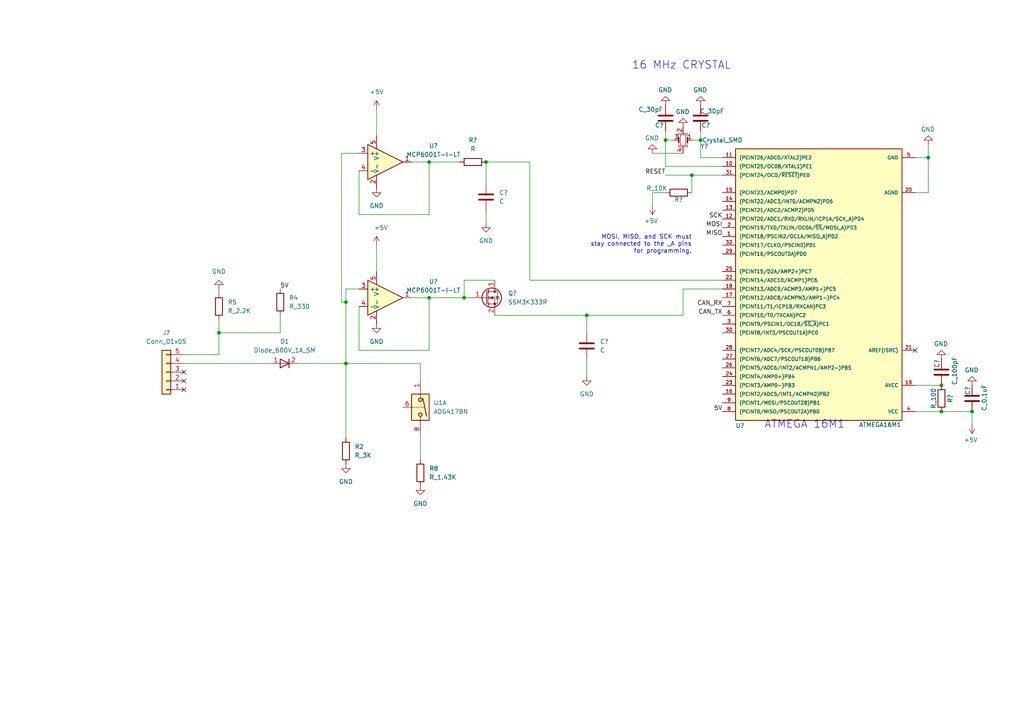
<source format=kicad_sch>
(kicad_sch (version 20211123) (generator eeschema)
  (paper "A4")
  (lib_symbols
    (symbol "Analog_Switch:ADG417BN" (pin_names (offset 0.254))
      (property "Reference" "U" (at -3.175 5.334 0))
      (property "Value" "ADG417BN" (at -3.175 3.556 0))
      (symbol "ADG417BN_1_1"
        (rectangle (start -3.81 2.54) (end 3.81 -2.54) (stroke (width 0.254)) (fill (type background)))
        (circle (center -2.159 0) (radius 0.508) (stroke (width 0.254)))
        (polyline (pts (xy -5.08 0) (xy -2.794 0)))
        (polyline (pts (xy -2.54 0.762) (xy 2.54 1.778)) (stroke (width 0.254)))
        (polyline (pts (xy 0 -2.54) (xy 0 -2.032)))
        (polyline (pts (xy 0 -1.778) (xy 0 -1.524)))
        (polyline (pts (xy 0 -1.27) (xy 0 -1.016)))
        (polyline (pts (xy 0 -0.762) (xy 0 -0.508)))
        (polyline (pts (xy 0 -0.254) (xy 0 0)))
        (polyline (pts (xy 0 0.254) (xy 0 0.508)))
        (polyline (pts (xy 0 0.762) (xy 0 1.016)))
        (polyline (pts (xy 5.08 0) (xy 2.794 0)))
        (circle (center 2.159 0) (radius 0.508) (stroke (width 0.254)))
        (pin passive line (at -7.62 0 0) (length 2.54) (name "~") (number "1"))
        (pin input line (at 0 -5.08 90) (length 2.54) (name "~") (number "6"))
        (pin passive line (at 7.62 0 180) (length 2.54) (name "~") (number "8"))
      )
      (symbol "ADG417BN_2_0"
        (pin no_connect line (at -2.54 10.16 270) (length 2.54) hide (name "NC") (number "2"))
        (pin power_in line (at 0 -12.7 90) (length 2.54) (name "GND") (number "3"))
        (pin power_in line (at 0 12.7 270) (length 2.54) (name "V+") (number "4"))
        (pin power_in line (at 2.54 12.7 270) (length 2.54) (name "VL") (number "5"))
        (pin power_in line (at 2.54 -12.7 90) (length 2.54) (name "V-") (number "7"))
      )
      (symbol "ADG417BN_2_1"
        (rectangle (start -3.81 10.16) (end 6.35 -10.16) (stroke (width 0.254)) (fill (type background)))
      )
    )
    (symbol "Connector_Generic:Conn_01x05" (pin_names (offset 1.016) hide)
      (property "Reference" "J" (at 0 7.62 0))
      (property "Value" "Conn_01x05" (at 0 -7.62 0))
      (symbol "Conn_01x05_1_1"
        (rectangle (start -1.27 -4.953) (end 0 -5.207) (stroke (width 0.1524)))
        (rectangle (start -1.27 -2.413) (end 0 -2.667) (stroke (width 0.1524)))
        (rectangle (start -1.27 0.127) (end 0 -0.127) (stroke (width 0.1524)))
        (rectangle (start -1.27 2.667) (end 0 2.413) (stroke (width 0.1524)))
        (rectangle (start -1.27 5.207) (end 0 4.953) (stroke (width 0.1524)))
        (rectangle (start -1.27 6.35) (end 1.27 -6.35) (stroke (width 0.254)) (fill (type background)))
        (pin passive line (at -5.08 5.08 0) (length 3.81) (name "Pin_1") (number "1"))
        (pin passive line (at -5.08 2.54 0) (length 3.81) (name "Pin_2") (number "2"))
        (pin passive line (at -5.08 0 0) (length 3.81) (name "Pin_3") (number "3"))
        (pin passive line (at -5.08 -2.54 0) (length 3.81) (name "Pin_4") (number "4"))
        (pin passive line (at -5.08 -5.08 0) (length 3.81) (name "Pin_5") (number "5"))
      )
    )
    (symbol "Device:C" (pin_numbers hide) (pin_names (offset 0.254))
      (property "Reference" "C" (at 0.635 2.54 0))
      (property "Value" "C" (at 0.635 -2.54 0))
      (symbol "C_0_1"
        (polyline (pts (xy -2.032 -0.762) (xy 2.032 -0.762)) (stroke (width 0.508)))
        (polyline (pts (xy -2.032 0.762) (xy 2.032 0.762)) (stroke (width 0.508)))
      )
      (symbol "C_1_1"
        (pin passive line (at 0 3.81 270) (length 2.794) (name "~") (number "1"))
        (pin passive line (at 0 -3.81 90) (length 2.794) (name "~") (number "2"))
      )
    )
    (symbol "Device:R" (pin_numbers hide) (pin_names (offset 0))
      (property "Reference" "R" (at 2.032 0 90))
      (property "Value" "R" (at 0 0 90))
      (symbol "R_0_1"
        (rectangle (start -1.016 -2.54) (end 1.016 2.54) (stroke (width 0.254)))
      )
      (symbol "R_1_1"
        (pin passive line (at 0 3.81 270) (length 1.27) (name "~") (number "1"))
        (pin passive line (at 0 -3.81 90) (length 1.27) (name "~") (number "2"))
      )
    )
    (symbol "formula:+12V_BUCK" (power) (pin_names (offset 0))
      (property "Value" "+12V_BUCK" (at 0 3.556 0))
      (symbol "+12V_BUCK_0_1"
        (polyline (pts (xy -0.762 1.27) (xy 0 2.54)))
        (polyline (pts (xy 0 0) (xy 0 2.54)))
        (polyline (pts (xy 0 2.54) (xy 0.762 1.27)))
      )
      (symbol "+12V_BUCK_1_1"
        (pin power_in line (at 0 0 90) (length 0) hide (name "+5V") (number "1"))
      )
    )
    (symbol "formula:ATMEGA16M1" (pin_names (offset 1.016))
      (property "Reference" "U" (at -24.13 46.482 0))
      (property "Value" "ATMEGA16M1" (at 12.7 -35.56 0))
      (symbol "ATMEGA16M1_0_1"
        (rectangle (start -24.13 45.72) (end 24.13 -33.02) (stroke (width 0.254)) (fill (type background)))
      )
      (symbol "ATMEGA16M1_1_1"
        (pin bidirectional line (at 27.94 -7.62 180) (length 3.81) (name "(PCINT18/PSCIN2/OC1A/MISO_A)PD2") (number "1"))
        (pin bidirectional line (at 27.94 -27.94 180) (length 3.81) (name "(PCINT25/OC0B/XTAL1)PE1") (number "10"))
        (pin bidirectional line (at 27.94 -30.48 180) (length 3.81) (name "(PCINT26/ADC0/XTAL2)PE2") (number "11"))
        (pin bidirectional line (at 27.94 -12.7 180) (length 3.81) (name "(PCINT20/ADC1/RXD/RXLIN/ICP1A/SCK_A)PD4") (number "12"))
        (pin bidirectional line (at 27.94 -15.24 180) (length 3.81) (name "(PCINT21/ADC2/ACMP2)PD5") (number "13"))
        (pin bidirectional line (at 27.94 -17.78 180) (length 3.81) (name "(PCINT22/ADC3/INT0/ACMPN2)PD6") (number "14"))
        (pin bidirectional line (at 27.94 -20.32 180) (length 3.81) (name "(PCINT23/ACMP0)PD7") (number "15"))
        (pin bidirectional line (at 27.94 38.1 180) (length 3.81) (name "(PCINT2/ADC5/INT1/ACMPN0)PB2") (number "16"))
        (pin bidirectional line (at 27.94 10.16 180) (length 3.81) (name "(PCINT12/ADC8/ACMPN3/AMP1-)PC4") (number "17"))
        (pin bidirectional line (at 27.94 7.62 180) (length 3.81) (name "(PCINT13/ADC9/ACMP3/AMP1+)PC5") (number "18"))
        (pin power_in line (at -27.94 35.56 0) (length 3.81) (name "AVCC") (number "19"))
        (pin bidirectional line (at 27.94 -10.16 180) (length 3.81) (name "(PCINT19/TXD/TXLIN/OC0A/~{SS}/MOSI_A)PD3") (number "2"))
        (pin power_in line (at -27.94 -20.32 0) (length 3.81) (name "AGND") (number "20"))
        (pin power_in line (at -27.94 25.4 0) (length 3.81) (name "AREF(ISRC)") (number "21"))
        (pin bidirectional line (at 27.94 5.08 180) (length 3.81) (name "(PCINT14/ADC10/ACMP1)PC6") (number "22"))
        (pin bidirectional line (at 27.94 35.56 180) (length 3.81) (name "(PCINT3/AMP0-)PB3") (number "23"))
        (pin bidirectional line (at 27.94 33.02 180) (length 3.81) (name "(PCINT4/AMP0+)PB4") (number "24"))
        (pin bidirectional line (at 27.94 2.54 180) (length 3.81) (name "(PCINT15/D2A/AMP2+)PC7") (number "25"))
        (pin bidirectional line (at 27.94 30.48 180) (length 3.81) (name "(PCINT5/ADC6/INT2/ACMPN1/AMP2-)PB5") (number "26"))
        (pin bidirectional line (at 27.94 27.94 180) (length 3.81) (name "(PCINT6/ADC7/PSCOUT1B)PB6") (number "27"))
        (pin bidirectional line (at 27.94 25.4 180) (length 3.81) (name "(PCINT7/ADC4/SCK/PSCOUT0B)PB7") (number "28"))
        (pin bidirectional line (at 27.94 -2.54 180) (length 3.81) (name "(PCINT16/PSCOUT0A)PD0") (number "29"))
        (pin bidirectional line (at 27.94 17.78 180) (length 3.81) (name "(PCINT9/PSCIN1/OC1B/~{SS_A})PC1") (number "3"))
        (pin bidirectional line (at 27.94 20.32 180) (length 3.81) (name "(PCINT8/INT3/PSCOUT1A)PC0") (number "30"))
        (pin bidirectional line (at 27.94 -25.4 180) (length 3.81) (name "(PCINT24/OCD/~{RESET})PE0") (number "31"))
        (pin bidirectional line (at 27.94 -5.08 180) (length 3.81) (name "(PCINT17/CLKO/PSCIN0)PD1") (number "32"))
        (pin power_in line (at -27.94 43.18 0) (length 3.81) (name "VCC") (number "4"))
        (pin power_in line (at -27.94 -30.48 0) (length 3.81) (name "GND") (number "5"))
        (pin bidirectional line (at 27.94 15.24 180) (length 3.81) (name "(PCINT10/T0/TXCAN)PC2") (number "6"))
        (pin bidirectional line (at 27.94 12.7 180) (length 3.81) (name "(PCINT11/T1/ICP1B/RXCAN)PC3") (number "7"))
        (pin bidirectional line (at 27.94 43.18 180) (length 3.81) (name "(PCINT0/MISO/PSCOUT2A)PB0") (number "8"))
        (pin bidirectional line (at 27.94 40.64 180) (length 3.81) (name "(PCINT1/MOSI/PSCOUT2B)PB1") (number "9"))
      )
    )
    (symbol "formula:C_0.1uF" (pin_numbers hide) (pin_names (offset 0.254))
      (property "Reference" "C" (at 0.635 2.54 0))
      (property "Value" "C_0.1uF" (at 0.635 -2.54 0))
      (symbol "C_0.1uF_0_1"
        (polyline (pts (xy -2.032 -0.762) (xy 2.032 -0.762)) (stroke (width 0.508)))
        (polyline (pts (xy -2.032 0.762) (xy 2.032 0.762)) (stroke (width 0.508)))
      )
      (symbol "C_0.1uF_1_1"
        (pin passive line (at 0 3.81 270) (length 2.794) (name "~") (number "1"))
        (pin passive line (at 0 -3.81 90) (length 2.794) (name "~") (number "2"))
      )
    )
    (symbol "formula:C_100pF" (pin_numbers hide) (pin_names (offset 0.254))
      (property "Reference" "C" (at 0.635 2.54 0))
      (property "Value" "C_100pF" (at 0.635 -2.54 0))
      (symbol "C_100pF_0_1"
        (polyline (pts (xy -2.032 -0.762) (xy 2.032 -0.762)) (stroke (width 0.508)))
        (polyline (pts (xy -2.032 0.762) (xy 2.032 0.762)) (stroke (width 0.508)))
      )
      (symbol "C_100pF_1_1"
        (pin passive line (at 0 3.81 270) (length 2.794) (name "~") (number "1"))
        (pin passive line (at 0 -3.81 90) (length 2.794) (name "~") (number "2"))
      )
    )
    (symbol "formula:C_30pF" (pin_numbers hide) (pin_names (offset 0.254))
      (property "Reference" "C" (at 0.635 2.54 0))
      (property "Value" "C_30pF" (at 0.635 -2.54 0))
      (symbol "C_30pF_0_1"
        (polyline (pts (xy -2.032 -0.762) (xy 2.032 -0.762)) (stroke (width 0.508)))
        (polyline (pts (xy -2.032 0.762) (xy 2.032 0.762)) (stroke (width 0.508)))
      )
      (symbol "C_30pF_1_1"
        (pin passive line (at 0 3.81 270) (length 2.794) (name "~") (number "1"))
        (pin passive line (at 0 -3.81 90) (length 2.794) (name "~") (number "2"))
      )
    )
    (symbol "formula:Crystal_SMD" (pin_names (offset 1.016) hide)
      (property "Reference" "Y" (at 1.27 4.445 0))
      (property "Value" "Crystal_SMD" (at 1.27 2.54 0))
      (symbol "Crystal_SMD_0_1"
        (rectangle (start -0.762 -1.524) (end 0.762 1.524))
        (polyline (pts (xy -1.27 -0.762) (xy -1.27 0.762)) (stroke (width 0.381)))
        (polyline (pts (xy 1.27 -0.762) (xy 1.27 0.762)) (stroke (width 0.381)))
        (polyline (pts (xy -1.27 -1.27) (xy -1.27 -1.905) (xy 1.27 -1.905) (xy 1.27 -1.27)))
        (polyline (pts (xy -1.27 1.27) (xy -1.27 1.905) (xy 1.27 1.905) (xy 1.27 1.27)))
      )
      (symbol "Crystal_SMD_1_1"
        (pin passive line (at -2.54 0 0) (length 1.27) (name "1") (number "1"))
        (pin passive line (at 0 -3.81 90) (length 1.905) (name "2") (number "2"))
        (pin passive line (at 2.54 0 180) (length 1.27) (name "3") (number "3"))
        (pin passive line (at 0 3.81 270) (length 1.905) (name "4") (number "4"))
      )
    )
    (symbol "formula:Diode_600V_1A_SM" (pin_names (offset 1.016))
      (property "Reference" "D?" (at 0 6.35 0))
      (property "Value" "Diode_600V_1A_SM" (at 0 8.89 0))
      (symbol "Diode_600V_1A_SM_1_1"
        (polyline (pts (xy 1.27 0) (xy -1.27 0)))
        (polyline (pts (xy 1.27 1.27) (xy 1.27 -1.27)) (stroke (width 0.254)))
        (polyline (pts (xy -1.27 -1.27) (xy -1.27 1.27) (xy 1.27 0) (xy -1.27 -1.27)) (stroke (width 0.254)))
        (pin passive line (at -3.81 0 0) (length 2.54) (name "~") (number "1"))
        (pin passive line (at 3.81 0 180) (length 2.54) (name "~") (number "2"))
      )
    )
    (symbol "formula:MCP6001T-I-LT"
      (property "Reference" "U" (at 0 5.08 0))
      (property "Value" "MCP6001T-I-LT" (at 0 -5.08 0))
      (symbol "MCP6001T-I-LT_0_1"
        (polyline (pts (xy -5.08 5.08) (xy 5.08 0) (xy -5.08 -5.08) (xy -5.08 5.08)) (stroke (width 0.254)) (fill (type background)))
        (pin power_in line (at -2.54 -7.62 90) (length 3.81) (name "V-") (number "2"))
        (pin power_in line (at -2.54 7.62 270) (length 3.81) (name "V+") (number "5"))
      )
      (symbol "MCP6001T-I-LT_1_1"
        (pin output line (at 7.62 0 180) (length 2.54) (name "~") (number "1"))
        (pin input line (at -7.62 2.54 0) (length 2.54) (name "+") (number "3"))
        (pin input line (at -7.62 -2.54 0) (length 2.54) (name "-") (number "4"))
      )
    )
    (symbol "formula:R_1.43K" (pin_numbers hide) (pin_names (offset 0))
      (property "Reference" "R" (at 2.032 0 90))
      (property "Value" "R_1.43K" (at -2.54 0 90))
      (symbol "R_1.43K_0_1"
        (rectangle (start -1.016 -2.54) (end 1.016 2.54) (stroke (width 0.254)))
      )
      (symbol "R_1.43K_1_1"
        (pin passive line (at 0 3.81 270) (length 1.27) (name "~") (number "1"))
        (pin passive line (at 0 -3.81 90) (length 1.27) (name "~") (number "2"))
      )
    )
    (symbol "formula:R_100" (pin_numbers hide) (pin_names (offset 0))
      (property "Reference" "R" (at 2.032 0 90))
      (property "Value" "R_100" (at -2.54 0 90))
      (symbol "R_100_0_1"
        (rectangle (start -1.016 -2.54) (end 1.016 2.54) (stroke (width 0.254)))
      )
      (symbol "R_100_1_1"
        (pin passive line (at 0 3.81 270) (length 1.27) (name "~") (number "1"))
        (pin passive line (at 0 -3.81 90) (length 1.27) (name "~") (number "2"))
      )
    )
    (symbol "formula:R_10K" (pin_numbers hide) (pin_names (offset 0))
      (property "Reference" "R" (at 2.032 0 90))
      (property "Value" "R_10K" (at -2.54 0 90))
      (symbol "R_10K_0_1"
        (rectangle (start -1.016 -2.54) (end 1.016 2.54) (stroke (width 0.254)))
      )
      (symbol "R_10K_1_1"
        (pin passive line (at 0 3.81 270) (length 1.27) (name "~") (number "1"))
        (pin passive line (at 0 -3.81 90) (length 1.27) (name "~") (number "2"))
      )
    )
    (symbol "formula:R_2.2K" (pin_numbers hide) (pin_names (offset 0))
      (property "Reference" "R" (at 2.032 0 90))
      (property "Value" "R_2.2K" (at -2.54 0 90))
      (symbol "R_2.2K_0_1"
        (rectangle (start -1.016 -2.54) (end 1.016 2.54) (stroke (width 0.254)))
      )
      (symbol "R_2.2K_1_1"
        (pin passive line (at 0 3.81 270) (length 1.27) (name "~") (number "1"))
        (pin passive line (at 0 -3.81 90) (length 1.27) (name "~") (number "2"))
      )
    )
    (symbol "formula:R_330" (pin_numbers hide) (pin_names (offset 0))
      (property "Reference" "R" (at 2.032 0 90))
      (property "Value" "R_330" (at -2.54 0 90))
      (symbol "R_330_0_1"
        (rectangle (start -1.016 -2.54) (end 1.016 2.54) (stroke (width 0.254)))
      )
      (symbol "R_330_1_1"
        (pin passive line (at 0 3.81 270) (length 1.27) (name "~") (number "1"))
        (pin passive line (at 0 -3.81 90) (length 1.27) (name "~") (number "2"))
      )
    )
    (symbol "formula:R_3K" (pin_numbers hide) (pin_names (offset 0))
      (property "Reference" "R" (at 2.032 0 90))
      (property "Value" "R_3K" (at -2.54 0 90))
      (symbol "R_3K_0_1"
        (rectangle (start -1.016 -2.54) (end 1.016 2.54) (stroke (width 0.254)))
      )
      (symbol "R_3K_1_1"
        (pin passive line (at 0 3.81 270) (length 1.27) (name "~") (number "1"))
        (pin passive line (at 0 -3.81 90) (length 1.27) (name "~") (number "2"))
      )
    )
    (symbol "formula:SSM3K333R" (pin_names (offset 0) hide)
      (property "Reference" "Q" (at 5.08 1.905 0))
      (property "Value" "SSM3K333R" (at 5.08 0 0))
      (symbol "SSM3K333R_0_1"
        (polyline (pts (xy 0.762 -1.778) (xy 2.54 -1.778)))
        (polyline (pts (xy 0.762 -1.27) (xy 0.762 -2.286)) (stroke (width 0.254)))
        (polyline (pts (xy 0.762 0) (xy 2.54 0)))
        (polyline (pts (xy 0.762 0.508) (xy 0.762 -0.508)) (stroke (width 0.254)))
        (polyline (pts (xy 0.762 1.778) (xy 2.54 1.778)))
        (polyline (pts (xy 0.762 2.286) (xy 0.762 1.27)) (stroke (width 0.254)))
        (polyline (pts (xy 2.54 -1.778) (xy 2.54 -2.54)))
        (polyline (pts (xy 2.54 -1.778) (xy 2.54 0)))
        (polyline (pts (xy 2.54 2.54) (xy 2.54 1.778)))
        (polyline (pts (xy 0.254 1.905) (xy 0.254 -1.905) (xy 0.254 -1.905)) (stroke (width 0.254)))
        (polyline (pts (xy 1.016 0) (xy 2.032 0.381) (xy 2.032 -0.381) (xy 1.016 0)) (fill (type outline)))
        (polyline (pts (xy 2.54 -1.778) (xy 3.302 -1.778) (xy 3.302 1.778) (xy 2.54 1.778)))
        (polyline (pts (xy 2.794 0.508) (xy 2.921 0.381) (xy 3.683 0.381) (xy 3.81 0.254)))
        (polyline (pts (xy 3.302 0.381) (xy 2.921 -0.254) (xy 3.683 -0.254) (xy 3.302 0.381)))
        (circle (center 1.651 0) (radius 2.8194) (stroke (width 0.254)))
        (circle (center 2.54 -1.778) (radius 0.2794) (fill (type outline)))
        (circle (center 2.54 1.778) (radius 0.2794) (fill (type outline)))
      )
      (symbol "SSM3K333R_1_1"
        (pin input line (at -5.08 0 0) (length 5.334) (name "G") (number "1"))
        (pin passive line (at 2.54 -5.08 90) (length 2.54) (name "S") (number "2"))
        (pin passive line (at 2.54 5.08 270) (length 2.54) (name "D") (number "3"))
      )
    )
    (symbol "power:+5V" (power) (pin_names (offset 0))
      (property "Value" "+5V" (at 0 3.556 0))
      (symbol "+5V_0_1"
        (polyline (pts (xy -0.762 1.27) (xy 0 2.54)))
        (polyline (pts (xy 0 0) (xy 0 2.54)))
        (polyline (pts (xy 0 2.54) (xy 0.762 1.27)))
      )
      (symbol "+5V_1_1"
        (pin power_in line (at 0 0 90) (length 0) hide (name "+5V") (number "1"))
      )
    )
    (symbol "power:GND" (power) (pin_names (offset 0))
      (property "Value" "GND" (at 0 -3.81 0))
      (symbol "GND_0_1"
        (polyline (pts (xy 0 0) (xy 0 -1.27) (xy 1.27 -1.27) (xy 0 -2.54) (xy -1.27 -1.27) (xy 0 -1.27)))
      )
      (symbol "GND_1_1"
        (pin power_in line (at 0 0 270) (length 0) hide (name "GND") (number "1"))
      )
    )
  )
  (junction (at 269.24 45.72))
  (junction (at 203.2 40.64))
  (junction (at 273.05 111.76))
  (junction (at 124.46 86.36))
  (junction (at 124.46 46.99))
  (junction (at 100.33 105.41))
  (junction (at 140.97 46.99))
  (junction (at 200.66 50.8))
  (junction (at 134.62 86.36))
  (junction (at 100.33 87.63))
  (junction (at 170.18 91.44))
  (junction (at 193.04 40.64))
  (junction (at 63.5 96.52))
  (junction (at 281.94 119.38))
  (junction (at 273.05 119.38))
  (no_connect (at 53.34 113.03))
  (no_connect (at 53.34 110.49))
  (no_connect (at 53.34 107.95))
  (no_connect (at 265.43 101.6))
  (wire (pts (xy 193.04 40.64) (xy 193.04 38.1)))
  (wire (pts (xy 53.34 105.41) (xy 78.74 105.41)))
  (wire (pts (xy 100.33 87.63) (xy 100.33 83.82)))
  (wire (pts (xy 99.06 87.63) (xy 100.33 87.63)))
  (wire (pts (xy 100.33 105.41) (xy 121.92 105.41)))
  (wire (pts (xy 203.2 45.72) (xy 209.55 45.72)))
  (wire (pts (xy 134.62 81.28) (xy 134.62 86.36)))
  (wire (pts (xy 170.18 91.44) (xy 198.12 91.44)))
  (wire (pts (xy 140.97 46.99) (xy 153.67 46.99)))
  (wire (pts (xy 104.14 88.9) (xy 104.14 101.6)))
  (wire (pts (xy 209.55 81.28) (xy 153.67 81.28)))
  (wire (pts (xy 121.92 105.41) (xy 121.92 110.49)))
  (wire (pts (xy 100.33 83.82) (xy 104.14 83.82)))
  (wire (pts (xy 281.94 123.19) (xy 281.94 119.38)))
  (wire (pts (xy 203.2 40.64) (xy 203.2 45.72)))
  (wire (pts (xy 81.28 96.52) (xy 81.28 91.44)))
  (wire (pts (xy 265.43 45.72) (xy 269.24 45.72)))
  (wire (pts (xy 170.18 91.44) (xy 170.18 96.52)))
  (wire (pts (xy 193.04 48.26) (xy 209.55 48.26)))
  (wire (pts (xy 269.24 45.72) (xy 269.24 55.88)))
  (wire (pts (xy 86.36 105.41) (xy 100.33 105.41)))
  (wire (pts (xy 100.33 105.41) (xy 100.33 127)))
  (wire (pts (xy 143.51 81.28) (xy 134.62 81.28)))
  (wire (pts (xy 104.14 101.6) (xy 124.46 101.6)))
  (wire (pts (xy 198.12 44.45) (xy 189.23 44.45)))
  (wire (pts (xy 269.24 55.88) (xy 265.43 55.88)))
  (wire (pts (xy 195.58 40.64) (xy 193.04 40.64)))
  (wire (pts (xy 99.06 44.45) (xy 99.06 87.63)))
  (wire (pts (xy 109.22 71.12) (xy 109.22 78.74)))
  (wire (pts (xy 121.92 125.73) (xy 121.92 133.35)))
  (wire (pts (xy 281.94 119.38) (xy 273.05 119.38)))
  (wire (pts (xy 63.5 83.82) (xy 63.5 85.09)))
  (wire (pts (xy 124.46 62.23) (xy 124.46 46.99)))
  (wire (pts (xy 124.46 86.36) (xy 134.62 86.36)))
  (wire (pts (xy 119.38 86.36) (xy 124.46 86.36)))
  (wire (pts (xy 109.22 31.75) (xy 109.22 39.37)))
  (wire (pts (xy 124.46 101.6) (xy 124.46 86.36)))
  (wire (pts (xy 273.05 119.38) (xy 265.43 119.38)))
  (wire (pts (xy 119.38 46.99) (xy 124.46 46.99)))
  (wire (pts (xy 104.14 49.53) (xy 104.14 62.23)))
  (wire (pts (xy 53.34 102.87) (xy 63.5 102.87)))
  (wire (pts (xy 134.62 86.36) (xy 135.89 86.36)))
  (wire (pts (xy 153.67 81.28) (xy 153.67 46.99)))
  (wire (pts (xy 140.97 46.99) (xy 140.97 53.34)))
  (wire (pts (xy 124.46 46.99) (xy 133.35 46.99)))
  (wire (pts (xy 189.23 55.88) (xy 189.23 59.69)))
  (wire (pts (xy 99.06 44.45) (xy 104.14 44.45)))
  (wire (pts (xy 63.5 96.52) (xy 81.28 96.52)))
  (wire (pts (xy 200.66 50.8) (xy 200.66 55.88)))
  (wire (pts (xy 63.5 102.87) (xy 63.5 96.52)))
  (wire (pts (xy 140.97 60.96) (xy 140.97 64.77)))
  (wire (pts (xy 265.43 111.76) (xy 273.05 111.76)))
  (wire (pts (xy 170.18 104.14) (xy 170.18 109.22)))
  (wire (pts (xy 193.04 40.64) (xy 193.04 48.26)))
  (wire (pts (xy 269.24 41.91) (xy 269.24 45.72)))
  (wire (pts (xy 209.55 50.8) (xy 200.66 50.8)))
  (wire (pts (xy 198.12 83.82) (xy 209.55 83.82)))
  (wire (pts (xy 104.14 62.23) (xy 124.46 62.23)))
  (wire (pts (xy 200.66 50.8) (xy 193.04 50.8)))
  (wire (pts (xy 203.2 38.1) (xy 203.2 40.64)))
  (wire (pts (xy 203.2 40.64) (xy 200.66 40.64)))
  (wire (pts (xy 63.5 96.52) (xy 63.5 92.71)))
  (wire (pts (xy 193.04 55.88) (xy 189.23 55.88)))
  (wire (pts (xy 198.12 91.44) (xy 198.12 83.82)))
  (wire (pts (xy 143.51 91.44) (xy 170.18 91.44)))
  (wire (pts (xy 100.33 105.41) (xy 100.33 87.63)))
  (text "16 MHz CRYSTAL\n" (at 212.09 20.32 180) (effects (font (size 2.2606 2.2606)) (justify right bottom)))
  (text "MOSI, MISO, and SCK must\nstay connected to the _A pins\nfor programming." (at 200.66 73.66 0) (effects (font (size 1.27 1.27)) (justify right bottom)))
  (text "ATMEGA 16M1\n" (at 245.11 124.46 180) (effects (font (size 2.2606 2.2606)) (justify right bottom)))
  (label "MOSI" (at 209.55 66.04 180))
  (label "CAN_RX" (at 209.55 88.9 180))
  (label "MISO" (at 209.55 68.58 180))
  (label "RESET" (at 193.04 50.8 180))
  (label "SCK" (at 209.55 63.5 180))
  (label "5V" (at 81.28 83.82 0))
  (label "5V" (at 209.55 119.38 180))
  (label "CAN_TX" (at 209.55 91.44 180))
  (symbol (lib_id "power:GND") (at 63.5 83.82 180) (unit 1)
    (property "Reference" "#PWR?" (effects hide))
    (property "Value" "GND" (at 63.5 78.74 0))
  )
  (symbol (lib_id "formula:R_2.2K") (at 63.5 88.9 0) (unit 1)
    (property "Reference" "R5" (at 66.04 87.6299 0) (effects (justify left)))
    (property "Value" "R_2.2K" (at 66.04 90.1699 0) (effects (justify left)))
    (property "Footprint" "footprints:R_0805_OEM" (effects hide))
    (property "Datasheet" "https://www.seielect.com/Catalog/SEI-RMCF_RMCP.pdf" (effects hide))
    (property "MFN" "DK" (effects hide))
    (property "MPN" "RMCF0805FT2K20CT-ND" (effects hide))
    (property "PurchasingLink" "https://www.digikey.com/product-detail/en/stackpole-electronics-inc/RMCF0805FT2K20/RMCF0805FT2K20CT-ND/1942387" (effects hide))
  )
  (symbol (lib_id "Analog_Switch:ADG417BN") (at 121.92 118.11 270) (unit 1)
    (property "Reference" "U1" (at 125.73 116.8399 90) (effects (justify left)))
    (property "Value" "ADG417BN" (at 125.73 119.3799 90) (effects (justify left)))
    (property "Footprint" "Package_DIP:DIP-8_W7.62mm" (effects hide))
    (property "Datasheet" "https://www.analog.com/media/en/technical-documentation/data-sheets/ADG417.pdf" (effects hide))
  )
  (symbol (lib_id "formula:C_0.1uF") (at 281.94 115.57 180) (unit 1)
    (property "Reference" "C?" (at 280.67 112.014 90) (effects (justify left)))
    (property "Value" "C_0.1uF" (at 285.496 111.506 90) (effects (justify left)))
    (property "Footprint" "footprints:C_0805_OEM" (effects hide))
    (property "Datasheet" "http://datasheets.avx.com/X7RDielectric.pdf" (effects hide))
    (property "MFN" "DK" (effects hide))
    (property "MPN" "478-3352-1-ND" (effects hide))
    (property "PurchasingLink" "https://www.digikey.com/products/en?keywords=478-3352-1-ND" (effects hide))
  )
  (symbol (lib_id "power:GND") (at 273.05 104.14 180) (unit 1)
    (property "Reference" "#PWR?" (effects hide))
    (property "Value" "GND" (at 272.923 99.7458 0))
  )
  (symbol (lib_id "Device:R") (at 137.16 46.99 90) (unit 1)
    (property "Reference" "R?" (at 137.16 40.64 90))
    (property "Value" "R" (at 137.16 43.18 90))
  )
  (symbol (lib_id "power:GND") (at 170.18 109.22 0) (unit 1)
    (property "Reference" "#PWR?" (effects hide))
    (property "Value" "GND" (at 170.18 114.3 0))
  )
  (symbol (lib_id "power:GND") (at 100.33 134.62 0) (unit 1)
    (property "Reference" "#PWR?" (effects hide))
    (property "Value" "GND" (at 100.33 139.7 0))
  )
  (symbol (lib_id "power:GND") (at 193.04 30.48 180) (unit 1)
    (property "Reference" "#PWR?" (effects hide))
    (property "Value" "GND" (at 192.913 26.0858 0))
  )
  (symbol (lib_id "formula:MCP6001T-I-LT") (at 111.76 46.99 0) (unit 1)
    (property "Reference" "U?" (at 125.73 42.291 0))
    (property "Value" "MCP6001T-I-LT" (at 125.73 44.831 0))
    (property "Footprint" "Package_TO_SOT_SMD:SOT-353_SC-70-5" (effects hide))
    (property "Datasheet" "http://ww1.microchip.com/downloads/en/DeviceDoc/21733j.pdf" (effects hide))
    (property "MFN" "DK" (effects hide))
    (property "MPN" "MCP6001T-I/LTCT-ND" (effects hide))
    (property "PurchasingLink" "https://www.digikey.com/product-detail/en/microchip-technology/MCP6001T-I-LT/MCP6001T-I-LTCT-ND/669499" (effects hide))
  )
  (symbol (lib_id "power:GND") (at 198.12 36.83 180) (unit 1)
    (property "Reference" "#PWR?" (effects hide))
    (property "Value" "GND" (at 197.993 32.4358 0))
  )
  (symbol (lib_id "formula:MCP6001T-I-LT") (at 111.76 86.36 0) (unit 1)
    (property "Reference" "U?" (at 125.73 81.661 0))
    (property "Value" "MCP6001T-I-LT" (at 125.73 84.201 0))
    (property "Footprint" "Package_TO_SOT_SMD:SOT-353_SC-70-5" (effects hide))
    (property "Datasheet" "http://ww1.microchip.com/downloads/en/DeviceDoc/21733j.pdf" (effects hide))
    (property "MFN" "DK" (effects hide))
    (property "MPN" "MCP6001T-I/LTCT-ND" (effects hide))
    (property "PurchasingLink" "https://www.digikey.com/product-detail/en/microchip-technology/MCP6001T-I-LT/MCP6001T-I-LTCT-ND/669499" (effects hide))
  )
  (symbol (lib_id "power:GND") (at 109.22 93.98 0) (unit 1)
    (property "Reference" "#PWR?" (effects hide))
    (property "Value" "GND" (at 109.22 99.06 0))
  )
  (symbol (lib_id "formula:Diode_600V_1A_SM") (at 82.55 105.41 0) (unit 1)
    (property "Reference" "D1" (at 82.55 99.06 0))
    (property "Value" "Diode_600V_1A_SM" (at 82.55 101.6 0))
    (property "Footprint" "footprints:Diode_600V_1A_SM" (effects hide))
    (property "Datasheet" "https://www.st.com/content/ccc/resource/technical/document/datasheet/c7/d5/fe/c4/56/21/41/02/CD00005135.pdf/files/CD00005135.pdf/jcr:content/translations/en.CD00005135.pdf" (effects hide))
    (property "Purchasing Link" "https://www.digikey.com/product-detail/en/stmicroelectronics/STTH1R06A/497-3765-1-ND/691935" (effects hide))
    (property "PurchasingLink" "https://www.digikey.com/product-detail/en/stmicroelectronics/STTH1R06A/497-3765-1-ND/691935" (effects hide))
  )
  (symbol (lib_id "power:GND") (at 189.23 44.45 180) (unit 1)
    (property "Reference" "#PWR?" (effects hide))
    (property "Value" "GND" (at 189.103 40.0558 0))
  )
  (symbol (lib_id "power:+5V") (at 189.23 59.69 180) (unit 1)
    (property "Reference" "#PWR?" (effects hide))
    (property "Value" "+5V" (at 188.849 64.0842 0))
  )
  (symbol (lib_id "power:+5V") (at 281.94 123.19 180) (unit 1)
    (property "Reference" "#PWR?" (effects hide))
    (property "Value" "+5V" (at 281.559 127.5842 0))
  )
  (symbol (lib_id "power:GND") (at 203.2 30.48 180) (unit 1)
    (property "Reference" "#PWR?" (effects hide))
    (property "Value" "GND" (at 203.073 26.0858 0))
  )
  (symbol (lib_id "formula:Crystal_SMD") (at 198.12 40.64 180) (unit 1)
    (property "Reference" "Y?" (at 205.486 42.418 0) (effects (justify left)))
    (property "Value" "Crystal_SMD" (at 215.392 40.64 0) (effects (justify left)))
    (property "Footprint" "footprints:Crystal_SMD_FA238" (effects hide))
    (property "Datasheet" "http://www.txccorp.com/download/products/quartz_crystals/2015TXC_7M_17.pdf" (effects hide))
    (property "MFN" "DK" (effects hide))
    (property "MPN" "887-1125-1-ND" (effects hide))
    (property "PurchasingLink" "https://www.digikey.com/product-detail/en/txc-corporation/7M-16.000MAAJ-T/887-1125-1-ND/2119014" (effects hide))
  )
  (symbol (lib_id "formula:R_100") (at 273.05 115.57 180) (unit 1)
    (property "Reference" "R?" (at 275.59 114.3 90) (effects (justify left)))
    (property "Value" "R_100" (at 270.764 112.522 90) (effects (justify left)))
    (property "Footprint" "footprints:R_0805_OEM" (effects hide))
    (property "Datasheet" "https://www.seielect.com/Catalog/SEI-rncp.pdf" (effects hide))
    (property "MFN" "DK" (effects hide))
    (property "MPN" "RNCP0805FTD100RCT-ND" (effects hide))
    (property "PurchasingLink" "https://www.digikey.com/products/en?keywords=RNCP0805FTD100RCT-ND" (effects hide))
  )
  (symbol (lib_id "formula:R_10K") (at 196.85 55.88 90) (unit 1)
    (property "Reference" "R?" (at 196.85 57.912 90))
    (property "Value" "R_10K" (at 190.5 54.61 90))
    (property "Footprint" "footprints:R_0805_OEM" (effects hide))
    (property "Datasheet" "http://www.bourns.com/data/global/pdfs/CRS.pdf" (effects hide))
    (property "MFN" "DK" (effects hide))
    (property "MPN" "CRS0805-FX-1002ELFCT-ND" (effects hide))
    (property "PurchasingLink" "https://www.digikey.com/products/en?keywords=CRS0805-FX-1002ELFCT-ND" (effects hide))
  )
  (symbol (lib_id "formula:C_30pF") (at 193.04 34.29 180) (unit 1)
    (property "Reference" "C?" (at 192.532 36.322 0) (effects (justify left)))
    (property "Value" "C_30pF" (at 192.278 31.75 0) (effects (justify left)))
    (property "Footprint" "footprints:C_0805_OEM" (effects hide))
    (property "Datasheet" "https://media.digikey.com/pdf/Data%20Sheets/Samsung%20PDFs/CL_Series_MLCC_ds.pdf" (effects hide))
    (property "MFN" "DK" (effects hide))
    (property "MPN" "1276-1130-1-ND" (effects hide))
    (property "PurchasingLink" "https://www.digikey.com/product-detail/en/samsung-electro-mechanics-america-inc/CL21C300JBANNNC/1276-1130-1-ND/3889216" (effects hide))
  )
  (symbol (lib_id "Device:C") (at 140.97 57.15 180) (unit 1)
    (property "Reference" "C?" (at 144.78 55.8799 0) (effects (justify right)))
    (property "Value" "C" (at 144.78 58.4199 0) (effects (justify right)))
  )
  (symbol (lib_id "formula:SSM3K333R") (at 140.97 86.36 0) (unit 1)
    (property "Reference" "Q?" (at 147.32 85.0899 0) (effects (justify left)))
    (property "Value" "SSM3K333R" (at 147.32 87.6299 0) (effects (justify left)))
    (property "Footprint" "footprints:SOT-23F" (effects hide))
    (property "Datasheet" "https://drive.google.com/drive/folders/0B-V-iZf33Y4GNzhDQTJZanJRbVk" (effects hide))
    (property "MFN" "DK" (effects hide))
    (property "MPN" "SSM3K333RLFCT-ND" (effects hide))
    (property "PurchasingLink" "https://www.digikey.com/product-detail/en/toshiba-semiconductor-and-storage/SSM3K333RLF/SSM3K333RLFCT-ND/3522391" (effects hide))
  )
  (symbol (lib_id "power:GND") (at 281.94 111.76 180) (unit 1)
    (property "Reference" "#PWR?" (effects hide))
    (property "Value" "GND" (at 281.813 107.3658 0))
  )
  (symbol (lib_id "formula:R_3K") (at 100.33 130.81 0) (unit 1)
    (property "Reference" "R2" (at 102.87 129.5399 0) (effects (justify left)))
    (property "Value" "R_3K" (at 102.87 132.0799 0) (effects (justify left)))
    (property "Footprint" "footprints:R_0805_OEM" (effects hide))
    (property "Datasheet" "https://www.seielect.com/Catalog/SEI-RMCF_RMCP.pdf" (effects hide))
    (property "MFN" "DK" (effects hide))
    (property "MPN" "RMCF0805FT3K00CT-ND" (effects hide))
    (property "PurchasingLink" "https://www.digikey.com/product-detail/en/stackpole-electronics-inc/RMCF0805FT3K00/RMCF0805FT3K00CT-ND/2418389" (effects hide))
  )
  (symbol (lib_id "formula:C_30pF") (at 203.2 34.29 180) (unit 1)
    (property "Reference" "C?" (at 205.994 36.322 0) (effects (justify left)))
    (property "Value" "C_30pF" (at 210.058 32.258 0) (effects (justify left)))
    (property "Footprint" "footprints:C_0805_OEM" (effects hide))
    (property "Datasheet" "https://media.digikey.com/pdf/Data%20Sheets/Samsung%20PDFs/CL_Series_MLCC_ds.pdf" (effects hide))
    (property "MFN" "DK" (effects hide))
    (property "MPN" "1276-1130-1-ND" (effects hide))
    (property "PurchasingLink" "https://www.digikey.com/product-detail/en/samsung-electro-mechanics-america-inc/CL21C300JBANNNC/1276-1130-1-ND/3889216" (effects hide))
  )
  (symbol (lib_id "formula:C_100pF") (at 273.05 107.95 180) (unit 1)
    (property "Reference" "C?" (at 271.78 104.14 90) (effects (justify left)))
    (property "Value" "C_100pF" (at 276.86 103.378 90) (effects (justify left)))
    (property "Footprint" "footprints:C_0805_OEM" (effects hide))
    (property "Datasheet" "https://katalog.we-online.de/pbs/datasheet/885012007057.pdf" (effects hide))
    (property "MFN" "DK" (effects hide))
    (property "MPN" "732-7852-1-ND" (effects hide))
    (property "PurchasingLink" "https://www.digikey.com/product-detail/en/wurth-electronics-inc/885012007057/732-7852-1-ND/5454479" (effects hide))
  )
  (symbol (lib_id "formula:R_1.43K") (at 121.92 137.16 0) (unit 1)
    (property "Reference" "R8" (at 124.46 135.8899 0) (effects (justify left)))
    (property "Value" "R_1.43K" (at 124.46 138.4299 0) (effects (justify left)))
    (property "Footprint" "footprints:R_0805_OEM" (effects hide))
    (property "Datasheet" "https://media.digikey.com/pdf/Data%20Sheets/Tyco%20Electonics%20AMP%20PDFs/RN73_Series_2011.pdf" (effects hide))
    (property "MFN" "DK" (effects hide))
    (property "MPN" "A103351CT-ND" (effects hide))
    (property "PurchasingLink" "https://www.digikey.com/product-detail/en/te-connectivity-passive-product/RN73C2A1K43BTDF/A103351CT-ND/2730566" (effects hide))
  )
  (symbol (lib_id "formula:+12V_BUCK") (at 109.22 31.75 0) (unit 1)
    (property "Reference" "#PWR?" (effects hide))
    (property "Value" "+12V_BUCK" (at 109.22 26.67 0))
  )
  (symbol (lib_id "Connector_Generic:Conn_01x05") (at 48.26 107.95 180) (unit 1)
    (property "Reference" "J?" (at 48.26 96.52 0))
    (property "Value" "Conn_01x05" (at 48.26 99.06 0))
  )
  (symbol (lib_id "power:GND") (at 109.22 54.61 0) (unit 1)
    (property "Reference" "#PWR?" (effects hide))
    (property "Value" "GND" (at 109.22 59.69 0))
  )
  (symbol (lib_id "Device:C") (at 170.18 100.33 0) (unit 1)
    (property "Reference" "C?" (at 173.99 99.0599 0) (effects (justify left)))
    (property "Value" "C" (at 173.99 101.5999 0) (effects (justify left)))
  )
  (symbol (lib_id "formula:R_330") (at 81.28 87.63 0) (unit 1)
    (property "Reference" "R4" (at 83.82 86.3599 0) (effects (justify left)))
    (property "Value" "R_330" (at 83.82 88.8999 0) (effects (justify left)))
    (property "Footprint" "footprints:R_0805_OEM" (effects hide))
    (property "Datasheet" "https://www.seielect.com/Catalog/SEI-RMCF_RMCP.pdf" (effects hide))
    (property "MFN" "DK" (effects hide))
    (property "MPN" "RMCF0805FT330RCT-ND" (effects hide))
    (property "PurchasingLink" "https://www.digikey.com/product-detail/en/stackpole-electronics-inc/RMCF0805FT330R/RMCF0805FT330RCT-ND/1942351" (effects hide))
  )
  (symbol (lib_id "formula:ATMEGA16M1") (at 237.49 76.2 180) (unit 1)
    (property "Reference" "U?" (at 214.63 123.444 0))
    (property "Value" "ATMEGA16M1" (at 255.27 123.19 0))
    (property "Footprint" "footprints:TQFP-32_7x7mm_Pitch0.8mm" (effects hide))
    (property "Datasheet" "http://ww1.microchip.com/downloads/en/DeviceDoc/Atmel-8209-8-bit%20AVR%20ATmega16M1-32M1-64M1_Datasheet.pdf" (effects hide))
    (property "MFN" "DK" (effects hide))
    (property "MPN" "ATMEGA16M1-AU-ND" (effects hide))
    (property "PurchasingLink" "https://www.digikey.com/product-detail/en/atmel/ATMEGA16M1-AU/ATMEGA16M1-AU-ND/2271208" (effects hide))
  )
  (symbol (lib_id "formula:+12V_BUCK") (at 109.22 71.12 0) (unit 1)
    (property "Reference" "#PWR?" (effects hide))
    (property "Value" "+12V_BUCK" (at 110.49 66.04 0))
  )
  (symbol (lib_id "power:GND") (at 121.92 140.97 0) (unit 1)
    (property "Reference" "#PWR?" (effects hide))
    (property "Value" "GND" (at 121.92 146.05 0))
  )
  (symbol (lib_id "power:GND") (at 269.24 41.91 180) (unit 1)
    (property "Reference" "#PWR?" (effects hide))
    (property "Value" "GND" (at 269.113 37.5158 0))
  )
  (symbol (lib_id "power:GND") (at 140.97 64.77 0) (unit 1)
    (property "Reference" "#PWR?" (effects hide))
    (property "Value" "GND" (at 140.97 69.85 0))
  )
)
</source>
